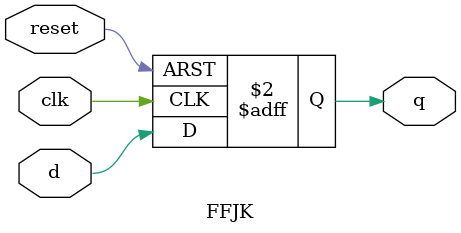
<source format=v>
module FFJK (
    input clk,    // Clock
    input d,      // Dado de entrada
    input reset,  // Sinal de reset
    output reg q  // Dado de saída
);

always @(posedge clk or posedge reset) begin
    if (reset)
        q <= 0;
    else
        q <= d;
end

endmodule
</source>
